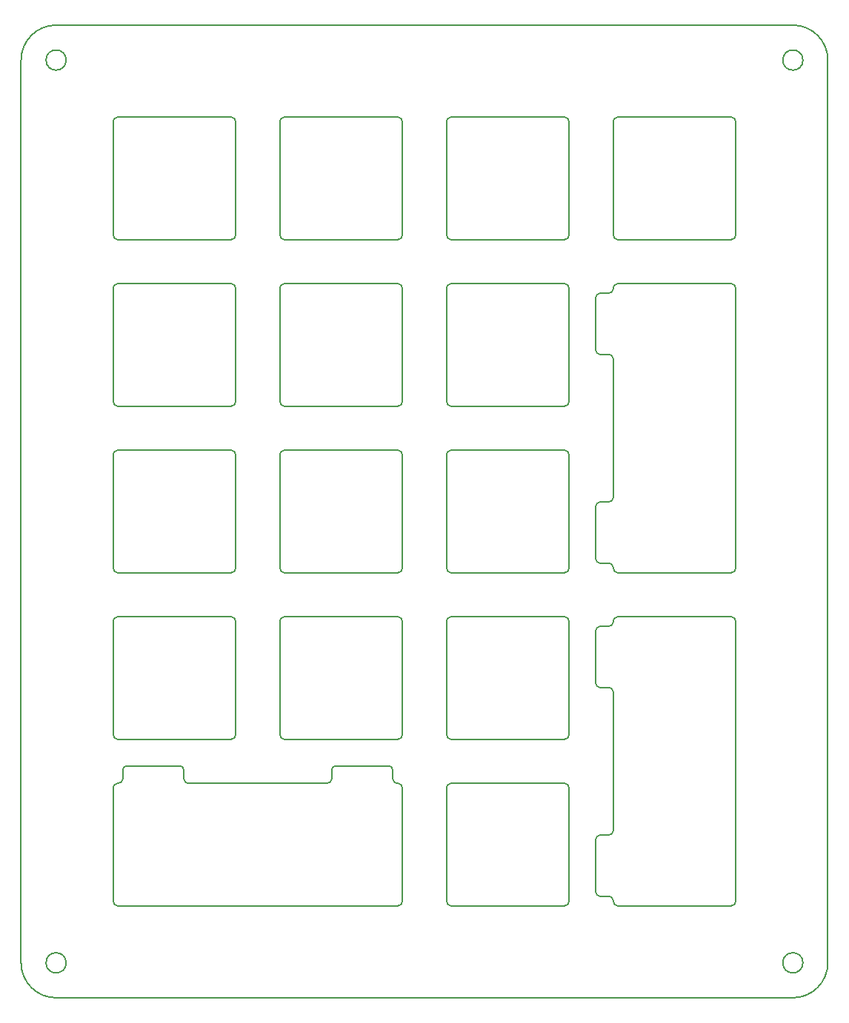
<source format=gm1>
G04 #@! TF.GenerationSoftware,KiCad,Pcbnew,5.1.10-5.1.10*
G04 #@! TF.CreationDate,2021-07-11T16:51:32+05:30*
G04 #@! TF.ProjectId,Soyuz_top,536f7975-7a5f-4746-9f70-2e6b69636164,rev?*
G04 #@! TF.SameCoordinates,Original*
G04 #@! TF.FileFunction,Profile,NP*
%FSLAX46Y46*%
G04 Gerber Fmt 4.6, Leading zero omitted, Abs format (unit mm)*
G04 Created by KiCad (PCBNEW 5.1.10-5.1.10) date 2021-07-11 16:51:32*
%MOMM*%
%LPD*%
G01*
G04 APERTURE LIST*
G04 #@! TA.AperFunction,Profile*
%ADD10C,0.200000*%
G04 #@! TD*
G04 APERTURE END LIST*
D10*
X171085000Y-33125000D02*
X171085000Y-46125000D01*
X197810000Y-26100000D02*
G75*
G03*
X197810000Y-26100000I-1150000J0D01*
G01*
X113610000Y-129350000D02*
G75*
G03*
X113610000Y-129350000I-1150000J0D01*
G01*
X113610000Y-26100000D02*
G75*
G03*
X113610000Y-26100000I-1150000J0D01*
G01*
X197810000Y-129350000D02*
G75*
G03*
X197810000Y-129350000I-1150000J0D01*
G01*
X157585000Y-32625000D02*
X170585000Y-32625000D01*
X108460000Y-110475000D02*
X108460000Y-53325000D01*
X174635000Y-97862000D02*
X175635000Y-97862000D01*
X175635000Y-114738000D02*
X174635000Y-114738000D01*
X174135000Y-115238000D02*
X174135000Y-121238000D01*
X174635000Y-121738000D02*
X175635000Y-121738000D01*
X174135000Y-91362000D02*
X174135000Y-97362000D01*
X176135000Y-98362000D02*
X176135000Y-114238000D01*
X152035000Y-103275000D02*
X152035000Y-90275000D01*
X170585000Y-51675000D02*
X157585000Y-51675000D01*
X151535000Y-89775000D02*
X138535000Y-89775000D01*
X157085000Y-52175000D02*
X157085000Y-65175000D01*
X118985000Y-90275000D02*
X118985000Y-103275000D01*
X138035000Y-90275000D02*
X138035000Y-103275000D01*
X157085000Y-46125000D02*
X157085000Y-33125000D01*
X132485000Y-89775000D02*
X119485000Y-89775000D01*
X170585000Y-46625000D02*
X157585000Y-46625000D01*
X119485000Y-103775000D02*
X132485000Y-103775000D01*
X132985000Y-103275000D02*
X132985000Y-90275000D01*
X138535000Y-103775000D02*
X151535000Y-103775000D01*
X112460000Y-22100000D02*
X196660000Y-22100000D01*
X108460000Y-53325000D02*
X108460000Y-26100000D01*
X196660000Y-133350000D02*
X112460000Y-133350000D01*
X200660000Y-26100000D02*
X200660000Y-129350000D01*
X143448000Y-108825000D02*
X127572000Y-108825000D01*
X108460000Y-129350000D02*
X108460000Y-110475000D01*
X120072000Y-107325000D02*
X120072000Y-108325000D01*
X126572000Y-106825000D02*
X120572000Y-106825000D01*
X119572000Y-108825000D02*
X119485000Y-108825000D01*
X118985000Y-109325000D02*
X118985000Y-122325000D01*
X119485000Y-122825000D02*
X151535000Y-122825000D01*
X127072000Y-108325000D02*
X127072000Y-107325000D01*
X176635000Y-84725000D02*
X189635000Y-84725000D01*
X189635000Y-51675000D02*
X176635000Y-51675000D01*
X176135000Y-52175000D02*
X176135000Y-52262000D01*
X175635000Y-90862000D02*
X174635000Y-90862000D01*
X190135000Y-84225000D02*
X190135000Y-52175000D01*
X175635000Y-76638000D02*
X174635000Y-76638000D01*
X176135000Y-84138000D02*
X176135000Y-84225000D01*
X176135000Y-60262000D02*
X176135000Y-76138000D01*
X174135000Y-77138000D02*
X174135000Y-83138000D01*
X174635000Y-83638000D02*
X175635000Y-83638000D01*
X174635000Y-59762000D02*
X175635000Y-59762000D01*
X150448000Y-106825000D02*
X144448000Y-106825000D01*
X150948000Y-108325000D02*
X150948000Y-107325000D01*
X152035000Y-122325000D02*
X152035000Y-109325000D01*
X143948000Y-107325000D02*
X143948000Y-108325000D01*
X151535000Y-108825000D02*
X151448000Y-108825000D01*
X175635000Y-52762000D02*
X174635000Y-52762000D01*
X174135000Y-53262000D02*
X174135000Y-59262000D01*
X176635000Y-122825000D02*
X189635000Y-122825000D01*
X189635000Y-89775000D02*
X176635000Y-89775000D01*
X190135000Y-122325000D02*
X190135000Y-90275000D01*
X176135000Y-90275000D02*
X176135000Y-90362000D01*
X176135000Y-122238000D02*
X176135000Y-122325000D01*
X151535000Y-32625000D02*
X138535000Y-32625000D01*
X118985000Y-71225000D02*
X118985000Y-84225000D01*
X152035000Y-84225000D02*
X152035000Y-71225000D01*
X119485000Y-84725000D02*
X132485000Y-84725000D01*
X157085000Y-109325000D02*
X157085000Y-122325000D01*
X171085000Y-122325000D02*
X171085000Y-109325000D01*
X118985000Y-65175000D02*
X118985000Y-52175000D01*
X132485000Y-65675000D02*
X119485000Y-65675000D01*
X132485000Y-70725000D02*
X119485000Y-70725000D01*
X138035000Y-33125000D02*
X138035000Y-46125000D01*
X157585000Y-122825000D02*
X170585000Y-122825000D01*
X138535000Y-46625000D02*
X151535000Y-46625000D01*
X132985000Y-52175000D02*
X132985000Y-65175000D01*
X119485000Y-51675000D02*
X132485000Y-51675000D01*
X132985000Y-84225000D02*
X132985000Y-71225000D01*
X152035000Y-46125000D02*
X152035000Y-33125000D01*
X151535000Y-70725000D02*
X138535000Y-70725000D01*
X138535000Y-84725000D02*
X151535000Y-84725000D01*
X138035000Y-71225000D02*
X138035000Y-84225000D01*
X157085000Y-90275000D02*
X157085000Y-103275000D01*
X132985000Y-46125000D02*
X132985000Y-33125000D01*
X157585000Y-103775000D02*
X170585000Y-103775000D01*
X170585000Y-70725000D02*
X157585000Y-70725000D01*
X189635000Y-32625000D02*
X176635000Y-32625000D01*
X171085000Y-65175000D02*
X171085000Y-52175000D01*
X171085000Y-103275000D02*
X171085000Y-90275000D01*
X170585000Y-108825000D02*
X157585000Y-108825000D01*
X132485000Y-32625000D02*
X119485000Y-32625000D01*
X157585000Y-65675000D02*
X170585000Y-65675000D01*
X176135000Y-33125000D02*
X176135000Y-46125000D01*
X157085000Y-71225000D02*
X157085000Y-84225000D01*
X138035000Y-52175000D02*
X138035000Y-65175000D01*
X138535000Y-65675000D02*
X151535000Y-65675000D01*
X152035000Y-65175000D02*
X152035000Y-52175000D01*
X119485000Y-46625000D02*
X132485000Y-46625000D01*
X151535000Y-51675000D02*
X138535000Y-51675000D01*
X157585000Y-84725000D02*
X170585000Y-84725000D01*
X171085000Y-84225000D02*
X171085000Y-71225000D01*
X176635000Y-46625000D02*
X189635000Y-46625000D01*
X170585000Y-89775000D02*
X157585000Y-89775000D01*
X118985000Y-33125000D02*
X118985000Y-46125000D01*
X190135000Y-46125000D02*
X190135000Y-33125000D01*
X170585000Y-51675000D02*
G75*
G02*
X171085000Y-52175000I0J-500000D01*
G01*
X157085000Y-90275000D02*
G75*
G02*
X157585000Y-89775000I500000J0D01*
G01*
X118985000Y-33125000D02*
G75*
G02*
X119485000Y-32625000I500000J0D01*
G01*
X190135000Y-46125000D02*
G75*
G02*
X189635000Y-46625000I-500000J0D01*
G01*
X157585000Y-65675000D02*
G75*
G02*
X157085000Y-65175000I0J500000D01*
G01*
X176635000Y-46625000D02*
G75*
G02*
X176135000Y-46125000I0J500000D01*
G01*
X152035000Y-65175000D02*
G75*
G02*
X151535000Y-65675000I-500000J0D01*
G01*
X176135000Y-33125000D02*
G75*
G02*
X176635000Y-32625000I500000J0D01*
G01*
X171085000Y-84225000D02*
G75*
G02*
X170585000Y-84725000I-500000J0D01*
G01*
X157085000Y-71225000D02*
G75*
G02*
X157585000Y-70725000I500000J0D01*
G01*
X170585000Y-70725000D02*
G75*
G02*
X171085000Y-71225000I0J-500000D01*
G01*
X189635000Y-32625000D02*
G75*
G02*
X190135000Y-33125000I0J-500000D01*
G01*
X138035000Y-52175000D02*
G75*
G02*
X138535000Y-51675000I500000J0D01*
G01*
X170585000Y-89775000D02*
G75*
G02*
X171085000Y-90275000I0J-500000D01*
G01*
X132485000Y-32625000D02*
G75*
G02*
X132985000Y-33125000I0J-500000D01*
G01*
X132985000Y-46125000D02*
G75*
G02*
X132485000Y-46625000I-500000J0D01*
G01*
X151535000Y-51675000D02*
G75*
G02*
X152035000Y-52175000I0J-500000D01*
G01*
X171085000Y-103275000D02*
G75*
G02*
X170585000Y-103775000I-500000J0D01*
G01*
X138535000Y-65675000D02*
G75*
G02*
X138035000Y-65175000I0J500000D01*
G01*
X171085000Y-65175000D02*
G75*
G02*
X170585000Y-65675000I-500000J0D01*
G01*
X119485000Y-46625000D02*
G75*
G02*
X118985000Y-46125000I0J500000D01*
G01*
X157585000Y-84725000D02*
G75*
G02*
X157085000Y-84225000I0J500000D01*
G01*
X157585000Y-103775000D02*
G75*
G02*
X157085000Y-103275000I0J500000D01*
G01*
X138535000Y-46625000D02*
G75*
G02*
X138035000Y-46125000I0J500000D01*
G01*
X118985000Y-71225000D02*
G75*
G02*
X119485000Y-70725000I500000J0D01*
G01*
X151535000Y-70725000D02*
G75*
G02*
X152035000Y-71225000I0J-500000D01*
G01*
X152035000Y-84225000D02*
G75*
G02*
X151535000Y-84725000I-500000J0D01*
G01*
X170585000Y-108825000D02*
G75*
G02*
X171085000Y-109325000I0J-500000D01*
G01*
X138035000Y-33125000D02*
G75*
G02*
X138535000Y-32625000I500000J0D01*
G01*
X132985000Y-65175000D02*
G75*
G02*
X132485000Y-65675000I-500000J0D01*
G01*
X171085000Y-122325000D02*
G75*
G02*
X170585000Y-122825000I-500000J0D01*
G01*
X152035000Y-46125000D02*
G75*
G02*
X151535000Y-46625000I-500000J0D01*
G01*
X132485000Y-51675000D02*
G75*
G02*
X132985000Y-52175000I0J-500000D01*
G01*
X119485000Y-65675000D02*
G75*
G02*
X118985000Y-65175000I0J500000D01*
G01*
X157085000Y-109325000D02*
G75*
G02*
X157585000Y-108825000I500000J0D01*
G01*
X132485000Y-70725000D02*
G75*
G02*
X132985000Y-71225000I0J-500000D01*
G01*
X138535000Y-84725000D02*
G75*
G02*
X138035000Y-84225000I0J500000D01*
G01*
X151535000Y-32625000D02*
G75*
G02*
X152035000Y-33125000I0J-500000D01*
G01*
X119485000Y-84725000D02*
G75*
G02*
X118985000Y-84225000I0J500000D01*
G01*
X132985000Y-84225000D02*
G75*
G02*
X132485000Y-84725000I-500000J0D01*
G01*
X118985000Y-52175000D02*
G75*
G02*
X119485000Y-51675000I500000J0D01*
G01*
X157585000Y-122825000D02*
G75*
G02*
X157085000Y-122325000I0J500000D01*
G01*
X138035000Y-71225000D02*
G75*
G02*
X138535000Y-70725000I500000J0D01*
G01*
X189635000Y-89775000D02*
G75*
G02*
X190135000Y-90275000I0J-500000D01*
G01*
X190135000Y-122325000D02*
G75*
G02*
X189635000Y-122825000I-500000J0D01*
G01*
X127572000Y-108825000D02*
G75*
G02*
X127072000Y-108325000I0J500000D01*
G01*
X175635000Y-121738000D02*
G75*
G02*
X176135000Y-122238000I0J-500000D01*
G01*
X176635000Y-122825000D02*
G75*
G02*
X176135000Y-122325000I0J500000D01*
G01*
X176135000Y-90275000D02*
G75*
G02*
X176635000Y-89775000I500000J0D01*
G01*
X176135000Y-52262000D02*
G75*
G02*
X175635000Y-52762000I-500000J0D01*
G01*
X174635000Y-59762000D02*
G75*
G02*
X174135000Y-59262000I0J500000D01*
G01*
X174135000Y-53262000D02*
G75*
G02*
X174635000Y-52762000I500000J0D01*
G01*
X150448000Y-106825000D02*
G75*
G02*
X150948000Y-107325000I0J-500000D01*
G01*
X143948000Y-108325000D02*
G75*
G02*
X143448000Y-108825000I-500000J0D01*
G01*
X151448000Y-108825000D02*
G75*
G02*
X150948000Y-108325000I0J500000D01*
G01*
X143948000Y-107325000D02*
G75*
G02*
X144448000Y-106825000I500000J0D01*
G01*
X151535000Y-108825000D02*
G75*
G02*
X152035000Y-109325000I0J-500000D01*
G01*
X152035000Y-122325000D02*
G75*
G02*
X151535000Y-122825000I-500000J0D01*
G01*
X174635000Y-83638000D02*
G75*
G02*
X174135000Y-83138000I0J500000D01*
G01*
X176135000Y-76138000D02*
G75*
G02*
X175635000Y-76638000I-500000J0D01*
G01*
X175635000Y-83638000D02*
G75*
G02*
X176135000Y-84138000I0J-500000D01*
G01*
X174135000Y-77138000D02*
G75*
G02*
X174635000Y-76638000I500000J0D01*
G01*
X175635000Y-59762000D02*
G75*
G02*
X176135000Y-60262000I0J-500000D01*
G01*
X176635000Y-84725000D02*
G75*
G02*
X176135000Y-84225000I0J500000D01*
G01*
X190135000Y-84225000D02*
G75*
G02*
X189635000Y-84725000I-500000J0D01*
G01*
X176135000Y-52175000D02*
G75*
G02*
X176635000Y-51675000I500000J0D01*
G01*
X174135000Y-91362000D02*
G75*
G02*
X174635000Y-90862000I500000J0D01*
G01*
X176135000Y-90362000D02*
G75*
G02*
X175635000Y-90862000I-500000J0D01*
G01*
X189635000Y-51675000D02*
G75*
G02*
X190135000Y-52175000I0J-500000D01*
G01*
X126572000Y-106825000D02*
G75*
G02*
X127072000Y-107325000I0J-500000D01*
G01*
X120072000Y-107325000D02*
G75*
G02*
X120572000Y-106825000I500000J0D01*
G01*
X118985000Y-109325000D02*
G75*
G02*
X119485000Y-108825000I500000J0D01*
G01*
X119485000Y-122825000D02*
G75*
G02*
X118985000Y-122325000I0J500000D01*
G01*
X120072000Y-108325000D02*
G75*
G02*
X119572000Y-108825000I-500000J0D01*
G01*
X196660000Y-22100000D02*
G75*
G02*
X200660000Y-26100000I0J-4000000D01*
G01*
X112460000Y-133350000D02*
G75*
G02*
X108460000Y-129350000I0J4000000D01*
G01*
X108460000Y-26100000D02*
G75*
G02*
X112460000Y-22100000I4000000J0D01*
G01*
X200660000Y-129350000D02*
G75*
G02*
X196660000Y-133350000I-4000000J0D01*
G01*
X138535000Y-103775000D02*
G75*
G02*
X138035000Y-103275000I0J500000D01*
G01*
X157585000Y-46625000D02*
G75*
G02*
X157085000Y-46125000I0J500000D01*
G01*
X152035000Y-103275000D02*
G75*
G02*
X151535000Y-103775000I-500000J0D01*
G01*
X132985000Y-103275000D02*
G75*
G02*
X132485000Y-103775000I-500000J0D01*
G01*
X171085000Y-46125000D02*
G75*
G02*
X170585000Y-46625000I-500000J0D01*
G01*
X132485000Y-89775000D02*
G75*
G02*
X132985000Y-90275000I0J-500000D01*
G01*
X118985000Y-90275000D02*
G75*
G02*
X119485000Y-89775000I500000J0D01*
G01*
X138035000Y-90275000D02*
G75*
G02*
X138535000Y-89775000I500000J0D01*
G01*
X157085000Y-52175000D02*
G75*
G02*
X157585000Y-51675000I500000J0D01*
G01*
X151535000Y-89775000D02*
G75*
G02*
X152035000Y-90275000I0J-500000D01*
G01*
X119485000Y-103775000D02*
G75*
G02*
X118985000Y-103275000I0J500000D01*
G01*
X175635000Y-97862000D02*
G75*
G02*
X176135000Y-98362000I0J-500000D01*
G01*
X174635000Y-121738000D02*
G75*
G02*
X174135000Y-121238000I0J500000D01*
G01*
X174135000Y-115238000D02*
G75*
G02*
X174635000Y-114738000I500000J0D01*
G01*
X176135000Y-114238000D02*
G75*
G02*
X175635000Y-114738000I-500000J0D01*
G01*
X174635000Y-97862000D02*
G75*
G02*
X174135000Y-97362000I0J500000D01*
G01*
X170585000Y-32625000D02*
G75*
G02*
X171085000Y-33125000I0J-500000D01*
G01*
X157085000Y-33125000D02*
G75*
G02*
X157585000Y-32625000I500000J0D01*
G01*
M02*

</source>
